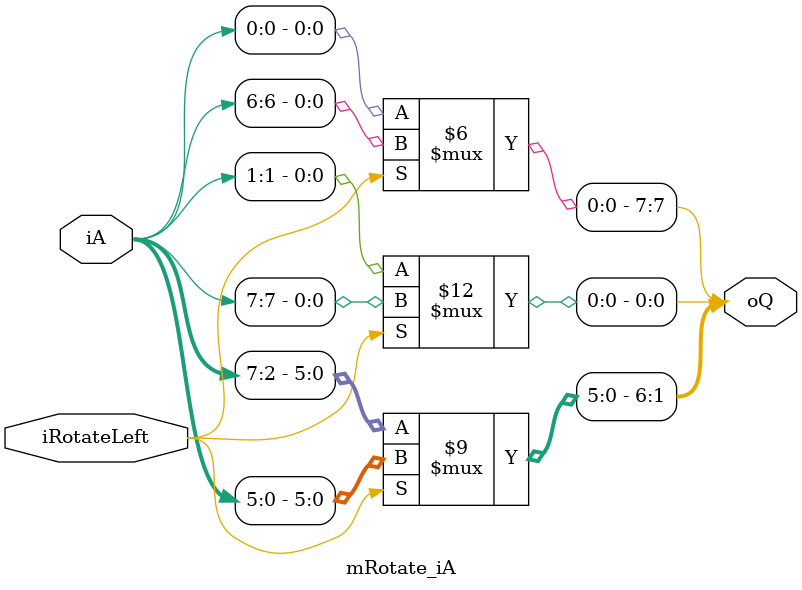
<source format=v>
module mRotate_iA ( 	input [7:0] iA,
							input iRotateLeft,		//if 1 = RAL; 0 = RAR
							output reg [7:0] oQ
							);

always @ (iRotateLeft)
	begin
	if ((iRotateLeft == 1'b1))
		begin
		oQ <= iA << 1;
		oQ[0] <= iA[7];
		end
	else 
		begin
		oQ <= iA >> 1;
		oQ[7] <= iA[0];
		end
	end
	
	
endmodule

</source>
